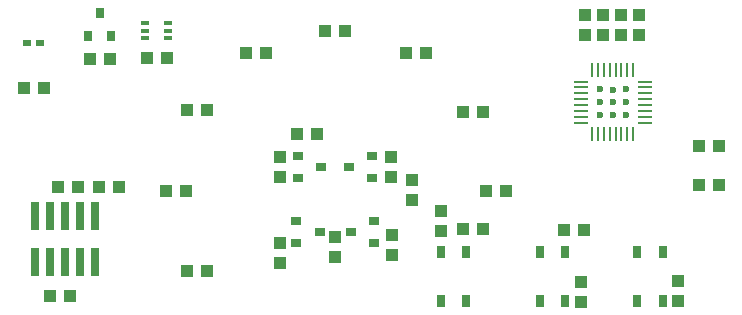
<source format=gbr>
G04 EAGLE Gerber RS-274X export*
G75*
%MOMM*%
%FSLAX34Y34*%
%LPD*%
%INSolderpaste Bottom*%
%IPPOS*%
%AMOC8*
5,1,8,0,0,1.08239X$1,22.5*%
G01*
%ADD10R,0.900000X0.800000*%
%ADD11R,0.762000X2.413000*%
%ADD12R,1.000000X1.000000*%
%ADD13R,0.770000X0.420000*%
%ADD14R,0.800000X0.600000*%
%ADD15R,0.650000X1.050000*%
%ADD16R,0.800000X0.900000*%
%ADD17R,1.150000X0.270000*%
%ADD18R,0.270000X1.150000*%
%ADD19C,0.600000*%


D10*
X397924Y76962D03*
X417924Y86462D03*
X417924Y67462D03*
X371696Y76962D03*
X351696Y67462D03*
X351696Y86462D03*
X373220Y132080D03*
X353220Y122580D03*
X353220Y141580D03*
X396400Y132080D03*
X416400Y141580D03*
X416400Y122580D03*
D11*
X181610Y51562D03*
X181610Y90678D03*
X168910Y51562D03*
X168910Y90678D03*
X156210Y51562D03*
X156210Y90678D03*
X143510Y51562D03*
X143510Y90678D03*
X130810Y51562D03*
X130810Y90678D03*
D12*
X611632Y243468D03*
X611632Y260468D03*
X352180Y160020D03*
X369180Y160020D03*
X449580Y121530D03*
X449580Y104530D03*
D13*
X243180Y241150D03*
X243180Y247650D03*
X243180Y254150D03*
X224180Y241150D03*
X224180Y247650D03*
X224180Y254150D03*
D14*
X124040Y237490D03*
X135040Y237490D03*
D15*
X474390Y60120D03*
X495890Y60120D03*
X474390Y18620D03*
X495890Y18620D03*
X579710Y18620D03*
X558210Y18620D03*
X579710Y60120D03*
X558210Y60120D03*
X662260Y18620D03*
X640760Y18620D03*
X662260Y60120D03*
X640760Y60120D03*
D12*
X384810Y55762D03*
X384810Y72762D03*
X193920Y223520D03*
X176920Y223520D03*
X337820Y123580D03*
X337820Y140580D03*
X337820Y50682D03*
X337820Y67682D03*
X432816Y57794D03*
X432816Y74794D03*
X431800Y140580D03*
X431800Y123580D03*
X276470Y44450D03*
X259470Y44450D03*
X258690Y111760D03*
X241690Y111760D03*
X276470Y180340D03*
X259470Y180340D03*
X326000Y228600D03*
X309000Y228600D03*
X393310Y247650D03*
X376310Y247650D03*
X461890Y228600D03*
X444890Y228600D03*
X510150Y179070D03*
X493150Y179070D03*
X529200Y111760D03*
X512200Y111760D03*
X510404Y80010D03*
X493404Y80010D03*
X595240Y78740D03*
X578240Y78740D03*
X121040Y199390D03*
X138040Y199390D03*
X143392Y22606D03*
X160392Y22606D03*
X474472Y78114D03*
X474472Y95114D03*
X225180Y224790D03*
X242180Y224790D03*
D16*
X185420Y262730D03*
X194920Y242730D03*
X175920Y242730D03*
D12*
X674878Y18424D03*
X674878Y35424D03*
X592582Y18170D03*
X592582Y35170D03*
X709540Y116840D03*
X692540Y116840D03*
X709540Y149860D03*
X692540Y149860D03*
X150250Y115570D03*
X167250Y115570D03*
X184540Y115570D03*
X201540Y115570D03*
X642112Y243468D03*
X642112Y260468D03*
X626872Y243468D03*
X626872Y260468D03*
X596392Y243468D03*
X596392Y260468D03*
D17*
X646760Y169444D03*
X646760Y174444D03*
X646760Y179444D03*
X646760Y184444D03*
X646760Y189444D03*
X646760Y194444D03*
X646760Y199444D03*
X646760Y204444D03*
D18*
X637260Y213944D03*
X632260Y213944D03*
X627260Y213944D03*
X622260Y213944D03*
X617260Y213944D03*
X612260Y213944D03*
X607260Y213944D03*
X602260Y213944D03*
D17*
X592760Y204444D03*
X592760Y199444D03*
X592760Y194444D03*
X592760Y189444D03*
X592760Y184444D03*
X592760Y179444D03*
X592760Y174444D03*
X592760Y169444D03*
D18*
X602260Y159944D03*
X607260Y159944D03*
X612260Y159944D03*
X617260Y159944D03*
X622260Y159944D03*
X627260Y159944D03*
X632260Y159944D03*
X637260Y159944D03*
D19*
X630760Y175944D03*
X630760Y186944D03*
X630760Y197944D03*
X619760Y186944D03*
X619760Y175944D03*
X619760Y196944D03*
X608760Y175944D03*
X608760Y186944D03*
X608760Y197944D03*
M02*

</source>
